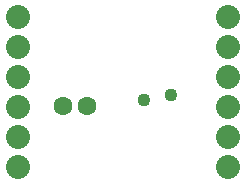
<source format=gbs>
G75*
%MOIN*%
%OFA0B0*%
%FSLAX24Y24*%
%IPPOS*%
%LPD*%
%AMOC8*
5,1,8,0,0,1.08239X$1,22.5*
%
%ADD10C,0.0800*%
%ADD11C,0.0630*%
%ADD12C,0.0436*%
D10*
X001378Y001811D03*
X001378Y002811D03*
X001378Y003811D03*
X001378Y004811D03*
X001378Y005811D03*
X001378Y006811D03*
X008378Y006811D03*
X008378Y005811D03*
X008378Y004811D03*
X008378Y003811D03*
X008378Y002811D03*
X008378Y001811D03*
D11*
X003681Y003823D03*
X002894Y003823D03*
D12*
X005567Y004016D03*
X006493Y004197D03*
M02*

</source>
